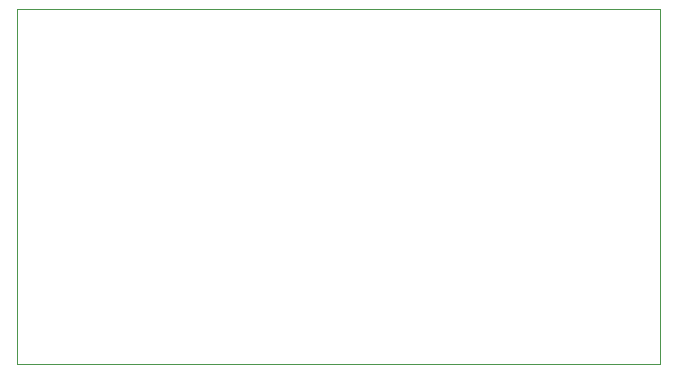
<source format=gbr>
%TF.GenerationSoftware,KiCad,Pcbnew,8.0.7-8.0.7-0~ubuntu22.04.1*%
%TF.CreationDate,2024-12-18T08:29:18+01:00*%
%TF.ProjectId,Mezzanine_v1,4d657a7a-616e-4696-9e65-5f76312e6b69,rev?*%
%TF.SameCoordinates,Original*%
%TF.FileFunction,Profile,NP*%
%FSLAX46Y46*%
G04 Gerber Fmt 4.6, Leading zero omitted, Abs format (unit mm)*
G04 Created by KiCad (PCBNEW 8.0.7-8.0.7-0~ubuntu22.04.1) date 2024-12-18 08:29:18*
%MOMM*%
%LPD*%
G01*
G04 APERTURE LIST*
%TA.AperFunction,Profile*%
%ADD10C,0.100000*%
%TD*%
G04 APERTURE END LIST*
D10*
X87867000Y-50000000D02*
X142367000Y-50000000D01*
X142367000Y-80000000D01*
X87867000Y-80000000D01*
X87867000Y-50000000D01*
M02*

</source>
